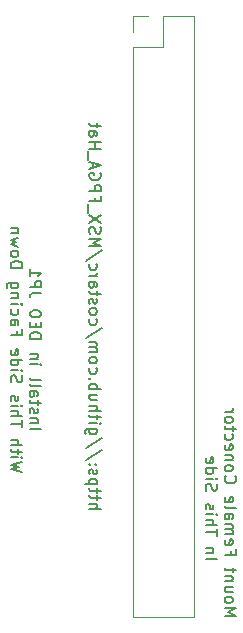
<source format=gbr>
%TF.GenerationSoftware,KiCad,Pcbnew,(6.0.7)*%
%TF.CreationDate,2023-01-29T20:04:43+00:00*%
%TF.ProjectId,DE0_Addon_Board,4445305f-4164-4646-9f6e-5f426f617264,0*%
%TF.SameCoordinates,Original*%
%TF.FileFunction,Legend,Bot*%
%TF.FilePolarity,Positive*%
%FSLAX46Y46*%
G04 Gerber Fmt 4.6, Leading zero omitted, Abs format (unit mm)*
G04 Created by KiCad (PCBNEW (6.0.7)) date 2023-01-29 20:04:43*
%MOMM*%
%LPD*%
G01*
G04 APERTURE LIST*
%ADD10C,0.150000*%
%ADD11C,0.120000*%
G04 APERTURE END LIST*
D10*
X45310619Y-60078095D02*
X46310619Y-60078095D01*
X45977285Y-59601904D02*
X45310619Y-59601904D01*
X45882047Y-59601904D02*
X45929666Y-59554285D01*
X45977285Y-59459047D01*
X45977285Y-59316190D01*
X45929666Y-59220952D01*
X45834428Y-59173333D01*
X45310619Y-59173333D01*
X45358238Y-58744761D02*
X45310619Y-58649523D01*
X45310619Y-58459047D01*
X45358238Y-58363809D01*
X45453476Y-58316190D01*
X45501095Y-58316190D01*
X45596333Y-58363809D01*
X45643952Y-58459047D01*
X45643952Y-58601904D01*
X45691571Y-58697142D01*
X45786809Y-58744761D01*
X45834428Y-58744761D01*
X45929666Y-58697142D01*
X45977285Y-58601904D01*
X45977285Y-58459047D01*
X45929666Y-58363809D01*
X45977285Y-58030476D02*
X45977285Y-57649523D01*
X46310619Y-57887619D02*
X45453476Y-57887619D01*
X45358238Y-57840000D01*
X45310619Y-57744761D01*
X45310619Y-57649523D01*
X45310619Y-56887619D02*
X45834428Y-56887619D01*
X45929666Y-56935238D01*
X45977285Y-57030476D01*
X45977285Y-57220952D01*
X45929666Y-57316190D01*
X45358238Y-56887619D02*
X45310619Y-56982857D01*
X45310619Y-57220952D01*
X45358238Y-57316190D01*
X45453476Y-57363809D01*
X45548714Y-57363809D01*
X45643952Y-57316190D01*
X45691571Y-57220952D01*
X45691571Y-56982857D01*
X45739190Y-56887619D01*
X45310619Y-56268571D02*
X45358238Y-56363809D01*
X45453476Y-56411428D01*
X46310619Y-56411428D01*
X45310619Y-55744761D02*
X45358238Y-55840000D01*
X45453476Y-55887619D01*
X46310619Y-55887619D01*
X45310619Y-54601904D02*
X45977285Y-54601904D01*
X46310619Y-54601904D02*
X46263000Y-54649523D01*
X46215380Y-54601904D01*
X46263000Y-54554285D01*
X46310619Y-54601904D01*
X46215380Y-54601904D01*
X45977285Y-54125714D02*
X45310619Y-54125714D01*
X45882047Y-54125714D02*
X45929666Y-54078095D01*
X45977285Y-53982857D01*
X45977285Y-53840000D01*
X45929666Y-53744761D01*
X45834428Y-53697142D01*
X45310619Y-53697142D01*
X45310619Y-52459047D02*
X46310619Y-52459047D01*
X46310619Y-52220952D01*
X46263000Y-52078095D01*
X46167761Y-51982857D01*
X46072523Y-51935238D01*
X45882047Y-51887619D01*
X45739190Y-51887619D01*
X45548714Y-51935238D01*
X45453476Y-51982857D01*
X45358238Y-52078095D01*
X45310619Y-52220952D01*
X45310619Y-52459047D01*
X45834428Y-51459047D02*
X45834428Y-51125714D01*
X45310619Y-50982857D02*
X45310619Y-51459047D01*
X46310619Y-51459047D01*
X46310619Y-50982857D01*
X46310619Y-50363809D02*
X46310619Y-50268571D01*
X46263000Y-50173333D01*
X46215380Y-50125714D01*
X46120142Y-50078095D01*
X45929666Y-50030476D01*
X45691571Y-50030476D01*
X45501095Y-50078095D01*
X45405857Y-50125714D01*
X45358238Y-50173333D01*
X45310619Y-50268571D01*
X45310619Y-50363809D01*
X45358238Y-50459047D01*
X45405857Y-50506666D01*
X45501095Y-50554285D01*
X45691571Y-50601904D01*
X45929666Y-50601904D01*
X46120142Y-50554285D01*
X46215380Y-50506666D01*
X46263000Y-50459047D01*
X46310619Y-50363809D01*
X46310619Y-48554285D02*
X45596333Y-48554285D01*
X45453476Y-48601904D01*
X45358238Y-48697142D01*
X45310619Y-48840000D01*
X45310619Y-48935238D01*
X45310619Y-48078095D02*
X46310619Y-48078095D01*
X46310619Y-47697142D01*
X46263000Y-47601904D01*
X46215380Y-47554285D01*
X46120142Y-47506666D01*
X45977285Y-47506666D01*
X45882047Y-47554285D01*
X45834428Y-47601904D01*
X45786809Y-47697142D01*
X45786809Y-48078095D01*
X45310619Y-46554285D02*
X45310619Y-47125714D01*
X45310619Y-46840000D02*
X46310619Y-46840000D01*
X46167761Y-46935238D01*
X46072523Y-47030476D01*
X46024904Y-47125714D01*
X44700619Y-63720952D02*
X43700619Y-63482857D01*
X44414904Y-63292380D01*
X43700619Y-63101904D01*
X44700619Y-62863809D01*
X43700619Y-62482857D02*
X44367285Y-62482857D01*
X44700619Y-62482857D02*
X44653000Y-62530476D01*
X44605380Y-62482857D01*
X44653000Y-62435238D01*
X44700619Y-62482857D01*
X44605380Y-62482857D01*
X44367285Y-62149523D02*
X44367285Y-61768571D01*
X44700619Y-62006666D02*
X43843476Y-62006666D01*
X43748238Y-61959047D01*
X43700619Y-61863809D01*
X43700619Y-61768571D01*
X43700619Y-61435238D02*
X44700619Y-61435238D01*
X43700619Y-61006666D02*
X44224428Y-61006666D01*
X44319666Y-61054285D01*
X44367285Y-61149523D01*
X44367285Y-61292380D01*
X44319666Y-61387619D01*
X44272047Y-61435238D01*
X44700619Y-59911428D02*
X44700619Y-59340000D01*
X43700619Y-59625714D02*
X44700619Y-59625714D01*
X43700619Y-59006666D02*
X44700619Y-59006666D01*
X43700619Y-58578095D02*
X44224428Y-58578095D01*
X44319666Y-58625714D01*
X44367285Y-58720952D01*
X44367285Y-58863809D01*
X44319666Y-58959047D01*
X44272047Y-59006666D01*
X43700619Y-58101904D02*
X44367285Y-58101904D01*
X44700619Y-58101904D02*
X44653000Y-58149523D01*
X44605380Y-58101904D01*
X44653000Y-58054285D01*
X44700619Y-58101904D01*
X44605380Y-58101904D01*
X43748238Y-57673333D02*
X43700619Y-57578095D01*
X43700619Y-57387619D01*
X43748238Y-57292380D01*
X43843476Y-57244761D01*
X43891095Y-57244761D01*
X43986333Y-57292380D01*
X44033952Y-57387619D01*
X44033952Y-57530476D01*
X44081571Y-57625714D01*
X44176809Y-57673333D01*
X44224428Y-57673333D01*
X44319666Y-57625714D01*
X44367285Y-57530476D01*
X44367285Y-57387619D01*
X44319666Y-57292380D01*
X43748238Y-56101904D02*
X43700619Y-55959047D01*
X43700619Y-55720952D01*
X43748238Y-55625714D01*
X43795857Y-55578095D01*
X43891095Y-55530476D01*
X43986333Y-55530476D01*
X44081571Y-55578095D01*
X44129190Y-55625714D01*
X44176809Y-55720952D01*
X44224428Y-55911428D01*
X44272047Y-56006666D01*
X44319666Y-56054285D01*
X44414904Y-56101904D01*
X44510142Y-56101904D01*
X44605380Y-56054285D01*
X44653000Y-56006666D01*
X44700619Y-55911428D01*
X44700619Y-55673333D01*
X44653000Y-55530476D01*
X43700619Y-55101904D02*
X44367285Y-55101904D01*
X44700619Y-55101904D02*
X44653000Y-55149523D01*
X44605380Y-55101904D01*
X44653000Y-55054285D01*
X44700619Y-55101904D01*
X44605380Y-55101904D01*
X43700619Y-54197142D02*
X44700619Y-54197142D01*
X43748238Y-54197142D02*
X43700619Y-54292380D01*
X43700619Y-54482857D01*
X43748238Y-54578095D01*
X43795857Y-54625714D01*
X43891095Y-54673333D01*
X44176809Y-54673333D01*
X44272047Y-54625714D01*
X44319666Y-54578095D01*
X44367285Y-54482857D01*
X44367285Y-54292380D01*
X44319666Y-54197142D01*
X43748238Y-53340000D02*
X43700619Y-53435238D01*
X43700619Y-53625714D01*
X43748238Y-53720952D01*
X43843476Y-53768571D01*
X44224428Y-53768571D01*
X44319666Y-53720952D01*
X44367285Y-53625714D01*
X44367285Y-53435238D01*
X44319666Y-53340000D01*
X44224428Y-53292380D01*
X44129190Y-53292380D01*
X44033952Y-53768571D01*
X44224428Y-51768571D02*
X44224428Y-52101904D01*
X43700619Y-52101904D02*
X44700619Y-52101904D01*
X44700619Y-51625714D01*
X43700619Y-50816190D02*
X44224428Y-50816190D01*
X44319666Y-50863809D01*
X44367285Y-50959047D01*
X44367285Y-51149523D01*
X44319666Y-51244761D01*
X43748238Y-50816190D02*
X43700619Y-50911428D01*
X43700619Y-51149523D01*
X43748238Y-51244761D01*
X43843476Y-51292380D01*
X43938714Y-51292380D01*
X44033952Y-51244761D01*
X44081571Y-51149523D01*
X44081571Y-50911428D01*
X44129190Y-50816190D01*
X43748238Y-49911428D02*
X43700619Y-50006666D01*
X43700619Y-50197142D01*
X43748238Y-50292380D01*
X43795857Y-50340000D01*
X43891095Y-50387619D01*
X44176809Y-50387619D01*
X44272047Y-50340000D01*
X44319666Y-50292380D01*
X44367285Y-50197142D01*
X44367285Y-50006666D01*
X44319666Y-49911428D01*
X43700619Y-49482857D02*
X44367285Y-49482857D01*
X44700619Y-49482857D02*
X44653000Y-49530476D01*
X44605380Y-49482857D01*
X44653000Y-49435238D01*
X44700619Y-49482857D01*
X44605380Y-49482857D01*
X44367285Y-49006666D02*
X43700619Y-49006666D01*
X44272047Y-49006666D02*
X44319666Y-48959047D01*
X44367285Y-48863809D01*
X44367285Y-48720952D01*
X44319666Y-48625714D01*
X44224428Y-48578095D01*
X43700619Y-48578095D01*
X44367285Y-47673333D02*
X43557761Y-47673333D01*
X43462523Y-47720952D01*
X43414904Y-47768571D01*
X43367285Y-47863809D01*
X43367285Y-48006666D01*
X43414904Y-48101904D01*
X43748238Y-47673333D02*
X43700619Y-47768571D01*
X43700619Y-47959047D01*
X43748238Y-48054285D01*
X43795857Y-48101904D01*
X43891095Y-48149523D01*
X44176809Y-48149523D01*
X44272047Y-48101904D01*
X44319666Y-48054285D01*
X44367285Y-47959047D01*
X44367285Y-47768571D01*
X44319666Y-47673333D01*
X43700619Y-46435238D02*
X44700619Y-46435238D01*
X44700619Y-46197142D01*
X44653000Y-46054285D01*
X44557761Y-45959047D01*
X44462523Y-45911428D01*
X44272047Y-45863809D01*
X44129190Y-45863809D01*
X43938714Y-45911428D01*
X43843476Y-45959047D01*
X43748238Y-46054285D01*
X43700619Y-46197142D01*
X43700619Y-46435238D01*
X43700619Y-45292380D02*
X43748238Y-45387619D01*
X43795857Y-45435238D01*
X43891095Y-45482857D01*
X44176809Y-45482857D01*
X44272047Y-45435238D01*
X44319666Y-45387619D01*
X44367285Y-45292380D01*
X44367285Y-45149523D01*
X44319666Y-45054285D01*
X44272047Y-45006666D01*
X44176809Y-44959047D01*
X43891095Y-44959047D01*
X43795857Y-45006666D01*
X43748238Y-45054285D01*
X43700619Y-45149523D01*
X43700619Y-45292380D01*
X44367285Y-44625714D02*
X43700619Y-44435238D01*
X44176809Y-44244761D01*
X43700619Y-44054285D01*
X44367285Y-43863809D01*
X44367285Y-43482857D02*
X43700619Y-43482857D01*
X44272047Y-43482857D02*
X44319666Y-43435238D01*
X44367285Y-43340000D01*
X44367285Y-43197142D01*
X44319666Y-43101904D01*
X44224428Y-43054285D01*
X43700619Y-43054285D01*
X61820619Y-75897238D02*
X62820619Y-75897238D01*
X62106333Y-75563904D01*
X62820619Y-75230571D01*
X61820619Y-75230571D01*
X61820619Y-74611523D02*
X61868238Y-74706761D01*
X61915857Y-74754380D01*
X62011095Y-74802000D01*
X62296809Y-74802000D01*
X62392047Y-74754380D01*
X62439666Y-74706761D01*
X62487285Y-74611523D01*
X62487285Y-74468666D01*
X62439666Y-74373428D01*
X62392047Y-74325809D01*
X62296809Y-74278190D01*
X62011095Y-74278190D01*
X61915857Y-74325809D01*
X61868238Y-74373428D01*
X61820619Y-74468666D01*
X61820619Y-74611523D01*
X62487285Y-73421047D02*
X61820619Y-73421047D01*
X62487285Y-73849619D02*
X61963476Y-73849619D01*
X61868238Y-73802000D01*
X61820619Y-73706761D01*
X61820619Y-73563904D01*
X61868238Y-73468666D01*
X61915857Y-73421047D01*
X62487285Y-72944857D02*
X61820619Y-72944857D01*
X62392047Y-72944857D02*
X62439666Y-72897238D01*
X62487285Y-72802000D01*
X62487285Y-72659142D01*
X62439666Y-72563904D01*
X62344428Y-72516285D01*
X61820619Y-72516285D01*
X62487285Y-72182952D02*
X62487285Y-71802000D01*
X62820619Y-72040095D02*
X61963476Y-72040095D01*
X61868238Y-71992476D01*
X61820619Y-71897238D01*
X61820619Y-71802000D01*
X62344428Y-70373428D02*
X62344428Y-70706761D01*
X61820619Y-70706761D02*
X62820619Y-70706761D01*
X62820619Y-70230571D01*
X61868238Y-69468666D02*
X61820619Y-69563904D01*
X61820619Y-69754380D01*
X61868238Y-69849619D01*
X61963476Y-69897238D01*
X62344428Y-69897238D01*
X62439666Y-69849619D01*
X62487285Y-69754380D01*
X62487285Y-69563904D01*
X62439666Y-69468666D01*
X62344428Y-69421047D01*
X62249190Y-69421047D01*
X62153952Y-69897238D01*
X61820619Y-68992476D02*
X62487285Y-68992476D01*
X62392047Y-68992476D02*
X62439666Y-68944857D01*
X62487285Y-68849619D01*
X62487285Y-68706761D01*
X62439666Y-68611523D01*
X62344428Y-68563904D01*
X61820619Y-68563904D01*
X62344428Y-68563904D02*
X62439666Y-68516285D01*
X62487285Y-68421047D01*
X62487285Y-68278190D01*
X62439666Y-68182952D01*
X62344428Y-68135333D01*
X61820619Y-68135333D01*
X61820619Y-67230571D02*
X62344428Y-67230571D01*
X62439666Y-67278190D01*
X62487285Y-67373428D01*
X62487285Y-67563904D01*
X62439666Y-67659142D01*
X61868238Y-67230571D02*
X61820619Y-67325809D01*
X61820619Y-67563904D01*
X61868238Y-67659142D01*
X61963476Y-67706761D01*
X62058714Y-67706761D01*
X62153952Y-67659142D01*
X62201571Y-67563904D01*
X62201571Y-67325809D01*
X62249190Y-67230571D01*
X61820619Y-66611523D02*
X61868238Y-66706761D01*
X61963476Y-66754380D01*
X62820619Y-66754380D01*
X61868238Y-65849619D02*
X61820619Y-65944857D01*
X61820619Y-66135333D01*
X61868238Y-66230571D01*
X61963476Y-66278190D01*
X62344428Y-66278190D01*
X62439666Y-66230571D01*
X62487285Y-66135333D01*
X62487285Y-65944857D01*
X62439666Y-65849619D01*
X62344428Y-65802000D01*
X62249190Y-65802000D01*
X62153952Y-66278190D01*
X61915857Y-64040095D02*
X61868238Y-64087714D01*
X61820619Y-64230571D01*
X61820619Y-64325809D01*
X61868238Y-64468666D01*
X61963476Y-64563904D01*
X62058714Y-64611523D01*
X62249190Y-64659142D01*
X62392047Y-64659142D01*
X62582523Y-64611523D01*
X62677761Y-64563904D01*
X62773000Y-64468666D01*
X62820619Y-64325809D01*
X62820619Y-64230571D01*
X62773000Y-64087714D01*
X62725380Y-64040095D01*
X61820619Y-63468666D02*
X61868238Y-63563904D01*
X61915857Y-63611523D01*
X62011095Y-63659142D01*
X62296809Y-63659142D01*
X62392047Y-63611523D01*
X62439666Y-63563904D01*
X62487285Y-63468666D01*
X62487285Y-63325809D01*
X62439666Y-63230571D01*
X62392047Y-63182952D01*
X62296809Y-63135333D01*
X62011095Y-63135333D01*
X61915857Y-63182952D01*
X61868238Y-63230571D01*
X61820619Y-63325809D01*
X61820619Y-63468666D01*
X62487285Y-62706761D02*
X61820619Y-62706761D01*
X62392047Y-62706761D02*
X62439666Y-62659142D01*
X62487285Y-62563904D01*
X62487285Y-62421047D01*
X62439666Y-62325809D01*
X62344428Y-62278190D01*
X61820619Y-62278190D01*
X61868238Y-61421047D02*
X61820619Y-61516285D01*
X61820619Y-61706761D01*
X61868238Y-61802000D01*
X61963476Y-61849619D01*
X62344428Y-61849619D01*
X62439666Y-61802000D01*
X62487285Y-61706761D01*
X62487285Y-61516285D01*
X62439666Y-61421047D01*
X62344428Y-61373428D01*
X62249190Y-61373428D01*
X62153952Y-61849619D01*
X61868238Y-60516285D02*
X61820619Y-60611523D01*
X61820619Y-60802000D01*
X61868238Y-60897238D01*
X61915857Y-60944857D01*
X62011095Y-60992476D01*
X62296809Y-60992476D01*
X62392047Y-60944857D01*
X62439666Y-60897238D01*
X62487285Y-60802000D01*
X62487285Y-60611523D01*
X62439666Y-60516285D01*
X62487285Y-60230571D02*
X62487285Y-59849619D01*
X62820619Y-60087714D02*
X61963476Y-60087714D01*
X61868238Y-60040095D01*
X61820619Y-59944857D01*
X61820619Y-59849619D01*
X61820619Y-59373428D02*
X61868238Y-59468666D01*
X61915857Y-59516285D01*
X62011095Y-59563904D01*
X62296809Y-59563904D01*
X62392047Y-59516285D01*
X62439666Y-59468666D01*
X62487285Y-59373428D01*
X62487285Y-59230571D01*
X62439666Y-59135333D01*
X62392047Y-59087714D01*
X62296809Y-59040095D01*
X62011095Y-59040095D01*
X61915857Y-59087714D01*
X61868238Y-59135333D01*
X61820619Y-59230571D01*
X61820619Y-59373428D01*
X61820619Y-58611523D02*
X62487285Y-58611523D01*
X62296809Y-58611523D02*
X62392047Y-58563904D01*
X62439666Y-58516285D01*
X62487285Y-58421047D01*
X62487285Y-58325809D01*
X60210619Y-71087714D02*
X61210619Y-71087714D01*
X60877285Y-70611523D02*
X60210619Y-70611523D01*
X60782047Y-70611523D02*
X60829666Y-70563904D01*
X60877285Y-70468666D01*
X60877285Y-70325809D01*
X60829666Y-70230571D01*
X60734428Y-70182952D01*
X60210619Y-70182952D01*
X61210619Y-69087714D02*
X61210619Y-68516285D01*
X60210619Y-68802000D02*
X61210619Y-68802000D01*
X60210619Y-68182952D02*
X61210619Y-68182952D01*
X60210619Y-67754380D02*
X60734428Y-67754380D01*
X60829666Y-67802000D01*
X60877285Y-67897238D01*
X60877285Y-68040095D01*
X60829666Y-68135333D01*
X60782047Y-68182952D01*
X60210619Y-67278190D02*
X60877285Y-67278190D01*
X61210619Y-67278190D02*
X61163000Y-67325809D01*
X61115380Y-67278190D01*
X61163000Y-67230571D01*
X61210619Y-67278190D01*
X61115380Y-67278190D01*
X60258238Y-66849619D02*
X60210619Y-66754380D01*
X60210619Y-66563904D01*
X60258238Y-66468666D01*
X60353476Y-66421047D01*
X60401095Y-66421047D01*
X60496333Y-66468666D01*
X60543952Y-66563904D01*
X60543952Y-66706761D01*
X60591571Y-66802000D01*
X60686809Y-66849619D01*
X60734428Y-66849619D01*
X60829666Y-66802000D01*
X60877285Y-66706761D01*
X60877285Y-66563904D01*
X60829666Y-66468666D01*
X60258238Y-65278190D02*
X60210619Y-65135333D01*
X60210619Y-64897238D01*
X60258238Y-64802000D01*
X60305857Y-64754380D01*
X60401095Y-64706761D01*
X60496333Y-64706761D01*
X60591571Y-64754380D01*
X60639190Y-64802000D01*
X60686809Y-64897238D01*
X60734428Y-65087714D01*
X60782047Y-65182952D01*
X60829666Y-65230571D01*
X60924904Y-65278190D01*
X61020142Y-65278190D01*
X61115380Y-65230571D01*
X61163000Y-65182952D01*
X61210619Y-65087714D01*
X61210619Y-64849619D01*
X61163000Y-64706761D01*
X60210619Y-64278190D02*
X60877285Y-64278190D01*
X61210619Y-64278190D02*
X61163000Y-64325809D01*
X61115380Y-64278190D01*
X61163000Y-64230571D01*
X61210619Y-64278190D01*
X61115380Y-64278190D01*
X60210619Y-63373428D02*
X61210619Y-63373428D01*
X60258238Y-63373428D02*
X60210619Y-63468666D01*
X60210619Y-63659142D01*
X60258238Y-63754380D01*
X60305857Y-63802000D01*
X60401095Y-63849619D01*
X60686809Y-63849619D01*
X60782047Y-63802000D01*
X60829666Y-63754380D01*
X60877285Y-63659142D01*
X60877285Y-63468666D01*
X60829666Y-63373428D01*
X60258238Y-62516285D02*
X60210619Y-62611523D01*
X60210619Y-62802000D01*
X60258238Y-62897238D01*
X60353476Y-62944857D01*
X60734428Y-62944857D01*
X60829666Y-62897238D01*
X60877285Y-62802000D01*
X60877285Y-62611523D01*
X60829666Y-62516285D01*
X60734428Y-62468666D01*
X60639190Y-62468666D01*
X60543952Y-62944857D01*
X50347619Y-66807904D02*
X51347619Y-66807904D01*
X50347619Y-66379333D02*
X50871428Y-66379333D01*
X50966666Y-66426952D01*
X51014285Y-66522190D01*
X51014285Y-66665047D01*
X50966666Y-66760285D01*
X50919047Y-66807904D01*
X51014285Y-66046000D02*
X51014285Y-65665047D01*
X51347619Y-65903142D02*
X50490476Y-65903142D01*
X50395238Y-65855523D01*
X50347619Y-65760285D01*
X50347619Y-65665047D01*
X51014285Y-65474571D02*
X51014285Y-65093619D01*
X51347619Y-65331714D02*
X50490476Y-65331714D01*
X50395238Y-65284095D01*
X50347619Y-65188857D01*
X50347619Y-65093619D01*
X51014285Y-64760285D02*
X50014285Y-64760285D01*
X50966666Y-64760285D02*
X51014285Y-64665047D01*
X51014285Y-64474571D01*
X50966666Y-64379333D01*
X50919047Y-64331714D01*
X50823809Y-64284095D01*
X50538095Y-64284095D01*
X50442857Y-64331714D01*
X50395238Y-64379333D01*
X50347619Y-64474571D01*
X50347619Y-64665047D01*
X50395238Y-64760285D01*
X50395238Y-63903142D02*
X50347619Y-63807904D01*
X50347619Y-63617428D01*
X50395238Y-63522190D01*
X50490476Y-63474571D01*
X50538095Y-63474571D01*
X50633333Y-63522190D01*
X50680952Y-63617428D01*
X50680952Y-63760285D01*
X50728571Y-63855523D01*
X50823809Y-63903142D01*
X50871428Y-63903142D01*
X50966666Y-63855523D01*
X51014285Y-63760285D01*
X51014285Y-63617428D01*
X50966666Y-63522190D01*
X50442857Y-63046000D02*
X50395238Y-62998380D01*
X50347619Y-63046000D01*
X50395238Y-63093619D01*
X50442857Y-63046000D01*
X50347619Y-63046000D01*
X50966666Y-63046000D02*
X50919047Y-62998380D01*
X50871428Y-63046000D01*
X50919047Y-63093619D01*
X50966666Y-63046000D01*
X50871428Y-63046000D01*
X51395238Y-61855523D02*
X50109523Y-62712666D01*
X51395238Y-60807904D02*
X50109523Y-61665047D01*
X51014285Y-60046000D02*
X50204761Y-60046000D01*
X50109523Y-60093619D01*
X50061904Y-60141238D01*
X50014285Y-60236476D01*
X50014285Y-60379333D01*
X50061904Y-60474571D01*
X50395238Y-60046000D02*
X50347619Y-60141238D01*
X50347619Y-60331714D01*
X50395238Y-60426952D01*
X50442857Y-60474571D01*
X50538095Y-60522190D01*
X50823809Y-60522190D01*
X50919047Y-60474571D01*
X50966666Y-60426952D01*
X51014285Y-60331714D01*
X51014285Y-60141238D01*
X50966666Y-60046000D01*
X50347619Y-59569809D02*
X51014285Y-59569809D01*
X51347619Y-59569809D02*
X51300000Y-59617428D01*
X51252380Y-59569809D01*
X51300000Y-59522190D01*
X51347619Y-59569809D01*
X51252380Y-59569809D01*
X51014285Y-59236476D02*
X51014285Y-58855523D01*
X51347619Y-59093619D02*
X50490476Y-59093619D01*
X50395238Y-59046000D01*
X50347619Y-58950761D01*
X50347619Y-58855523D01*
X50347619Y-58522190D02*
X51347619Y-58522190D01*
X50347619Y-58093619D02*
X50871428Y-58093619D01*
X50966666Y-58141238D01*
X51014285Y-58236476D01*
X51014285Y-58379333D01*
X50966666Y-58474571D01*
X50919047Y-58522190D01*
X51014285Y-57188857D02*
X50347619Y-57188857D01*
X51014285Y-57617428D02*
X50490476Y-57617428D01*
X50395238Y-57569809D01*
X50347619Y-57474571D01*
X50347619Y-57331714D01*
X50395238Y-57236476D01*
X50442857Y-57188857D01*
X50347619Y-56712666D02*
X51347619Y-56712666D01*
X50966666Y-56712666D02*
X51014285Y-56617428D01*
X51014285Y-56426952D01*
X50966666Y-56331714D01*
X50919047Y-56284095D01*
X50823809Y-56236476D01*
X50538095Y-56236476D01*
X50442857Y-56284095D01*
X50395238Y-56331714D01*
X50347619Y-56426952D01*
X50347619Y-56617428D01*
X50395238Y-56712666D01*
X50442857Y-55807904D02*
X50395238Y-55760285D01*
X50347619Y-55807904D01*
X50395238Y-55855523D01*
X50442857Y-55807904D01*
X50347619Y-55807904D01*
X50395238Y-54903142D02*
X50347619Y-54998380D01*
X50347619Y-55188857D01*
X50395238Y-55284095D01*
X50442857Y-55331714D01*
X50538095Y-55379333D01*
X50823809Y-55379333D01*
X50919047Y-55331714D01*
X50966666Y-55284095D01*
X51014285Y-55188857D01*
X51014285Y-54998380D01*
X50966666Y-54903142D01*
X50347619Y-54331714D02*
X50395238Y-54426952D01*
X50442857Y-54474571D01*
X50538095Y-54522190D01*
X50823809Y-54522190D01*
X50919047Y-54474571D01*
X50966666Y-54426952D01*
X51014285Y-54331714D01*
X51014285Y-54188857D01*
X50966666Y-54093619D01*
X50919047Y-54046000D01*
X50823809Y-53998380D01*
X50538095Y-53998380D01*
X50442857Y-54046000D01*
X50395238Y-54093619D01*
X50347619Y-54188857D01*
X50347619Y-54331714D01*
X50347619Y-53569809D02*
X51014285Y-53569809D01*
X50919047Y-53569809D02*
X50966666Y-53522190D01*
X51014285Y-53426952D01*
X51014285Y-53284095D01*
X50966666Y-53188857D01*
X50871428Y-53141238D01*
X50347619Y-53141238D01*
X50871428Y-53141238D02*
X50966666Y-53093619D01*
X51014285Y-52998380D01*
X51014285Y-52855523D01*
X50966666Y-52760285D01*
X50871428Y-52712666D01*
X50347619Y-52712666D01*
X51395238Y-51522190D02*
X50109523Y-52379333D01*
X50395238Y-50760285D02*
X50347619Y-50855523D01*
X50347619Y-51046000D01*
X50395238Y-51141238D01*
X50442857Y-51188857D01*
X50538095Y-51236476D01*
X50823809Y-51236476D01*
X50919047Y-51188857D01*
X50966666Y-51141238D01*
X51014285Y-51046000D01*
X51014285Y-50855523D01*
X50966666Y-50760285D01*
X50347619Y-50188857D02*
X50395238Y-50284095D01*
X50442857Y-50331714D01*
X50538095Y-50379333D01*
X50823809Y-50379333D01*
X50919047Y-50331714D01*
X50966666Y-50284095D01*
X51014285Y-50188857D01*
X51014285Y-50046000D01*
X50966666Y-49950761D01*
X50919047Y-49903142D01*
X50823809Y-49855523D01*
X50538095Y-49855523D01*
X50442857Y-49903142D01*
X50395238Y-49950761D01*
X50347619Y-50046000D01*
X50347619Y-50188857D01*
X50395238Y-49474571D02*
X50347619Y-49379333D01*
X50347619Y-49188857D01*
X50395238Y-49093619D01*
X50490476Y-49046000D01*
X50538095Y-49046000D01*
X50633333Y-49093619D01*
X50680952Y-49188857D01*
X50680952Y-49331714D01*
X50728571Y-49426952D01*
X50823809Y-49474571D01*
X50871428Y-49474571D01*
X50966666Y-49426952D01*
X51014285Y-49331714D01*
X51014285Y-49188857D01*
X50966666Y-49093619D01*
X51014285Y-48760285D02*
X51014285Y-48379333D01*
X51347619Y-48617428D02*
X50490476Y-48617428D01*
X50395238Y-48569809D01*
X50347619Y-48474571D01*
X50347619Y-48379333D01*
X50347619Y-47617428D02*
X50871428Y-47617428D01*
X50966666Y-47665047D01*
X51014285Y-47760285D01*
X51014285Y-47950761D01*
X50966666Y-48046000D01*
X50395238Y-47617428D02*
X50347619Y-47712666D01*
X50347619Y-47950761D01*
X50395238Y-48046000D01*
X50490476Y-48093619D01*
X50585714Y-48093619D01*
X50680952Y-48046000D01*
X50728571Y-47950761D01*
X50728571Y-47712666D01*
X50776190Y-47617428D01*
X50347619Y-47141238D02*
X51014285Y-47141238D01*
X50823809Y-47141238D02*
X50919047Y-47093619D01*
X50966666Y-47046000D01*
X51014285Y-46950761D01*
X51014285Y-46855523D01*
X50395238Y-46093619D02*
X50347619Y-46188857D01*
X50347619Y-46379333D01*
X50395238Y-46474571D01*
X50442857Y-46522190D01*
X50538095Y-46569809D01*
X50823809Y-46569809D01*
X50919047Y-46522190D01*
X50966666Y-46474571D01*
X51014285Y-46379333D01*
X51014285Y-46188857D01*
X50966666Y-46093619D01*
X51395238Y-44950761D02*
X50109523Y-45807904D01*
X50347619Y-44617428D02*
X51347619Y-44617428D01*
X50633333Y-44284095D01*
X51347619Y-43950761D01*
X50347619Y-43950761D01*
X50395238Y-43522190D02*
X50347619Y-43379333D01*
X50347619Y-43141238D01*
X50395238Y-43046000D01*
X50442857Y-42998380D01*
X50538095Y-42950761D01*
X50633333Y-42950761D01*
X50728571Y-42998380D01*
X50776190Y-43046000D01*
X50823809Y-43141238D01*
X50871428Y-43331714D01*
X50919047Y-43426952D01*
X50966666Y-43474571D01*
X51061904Y-43522190D01*
X51157142Y-43522190D01*
X51252380Y-43474571D01*
X51300000Y-43426952D01*
X51347619Y-43331714D01*
X51347619Y-43093619D01*
X51300000Y-42950761D01*
X51347619Y-42617428D02*
X50347619Y-41950761D01*
X51347619Y-41950761D02*
X50347619Y-42617428D01*
X50252380Y-41807904D02*
X50252380Y-41046000D01*
X50871428Y-40474571D02*
X50871428Y-40807904D01*
X50347619Y-40807904D02*
X51347619Y-40807904D01*
X51347619Y-40331714D01*
X50347619Y-39950761D02*
X51347619Y-39950761D01*
X51347619Y-39569809D01*
X51300000Y-39474571D01*
X51252380Y-39426952D01*
X51157142Y-39379333D01*
X51014285Y-39379333D01*
X50919047Y-39426952D01*
X50871428Y-39474571D01*
X50823809Y-39569809D01*
X50823809Y-39950761D01*
X51300000Y-38426952D02*
X51347619Y-38522190D01*
X51347619Y-38665047D01*
X51300000Y-38807904D01*
X51204761Y-38903142D01*
X51109523Y-38950761D01*
X50919047Y-38998380D01*
X50776190Y-38998380D01*
X50585714Y-38950761D01*
X50490476Y-38903142D01*
X50395238Y-38807904D01*
X50347619Y-38665047D01*
X50347619Y-38569809D01*
X50395238Y-38426952D01*
X50442857Y-38379333D01*
X50776190Y-38379333D01*
X50776190Y-38569809D01*
X50633333Y-37998380D02*
X50633333Y-37522190D01*
X50347619Y-38093619D02*
X51347619Y-37760285D01*
X50347619Y-37426952D01*
X50252380Y-37331714D02*
X50252380Y-36569809D01*
X50347619Y-36331714D02*
X51347619Y-36331714D01*
X50871428Y-36331714D02*
X50871428Y-35760285D01*
X50347619Y-35760285D02*
X51347619Y-35760285D01*
X50347619Y-34855523D02*
X50871428Y-34855523D01*
X50966666Y-34903142D01*
X51014285Y-34998380D01*
X51014285Y-35188857D01*
X50966666Y-35284095D01*
X50395238Y-34855523D02*
X50347619Y-34950761D01*
X50347619Y-35188857D01*
X50395238Y-35284095D01*
X50490476Y-35331714D01*
X50585714Y-35331714D01*
X50680952Y-35284095D01*
X50728571Y-35188857D01*
X50728571Y-34950761D01*
X50776190Y-34855523D01*
X51014285Y-34522190D02*
X51014285Y-34141238D01*
X51347619Y-34379333D02*
X50490476Y-34379333D01*
X50395238Y-34331714D01*
X50347619Y-34236476D01*
X50347619Y-34141238D01*
D11*
%TO.C,J1*%
X56642000Y-25086000D02*
X56642000Y-27686000D01*
X54042000Y-27686000D02*
X54042000Y-76006000D01*
X55372000Y-25086000D02*
X54042000Y-25086000D01*
X56642000Y-27686000D02*
X54042000Y-27686000D01*
X54042000Y-25086000D02*
X54042000Y-26416000D01*
X59242000Y-25086000D02*
X59242000Y-76006000D01*
X59242000Y-76006000D02*
X54042000Y-76006000D01*
X59242000Y-25086000D02*
X56642000Y-25086000D01*
%TD*%
M02*

</source>
